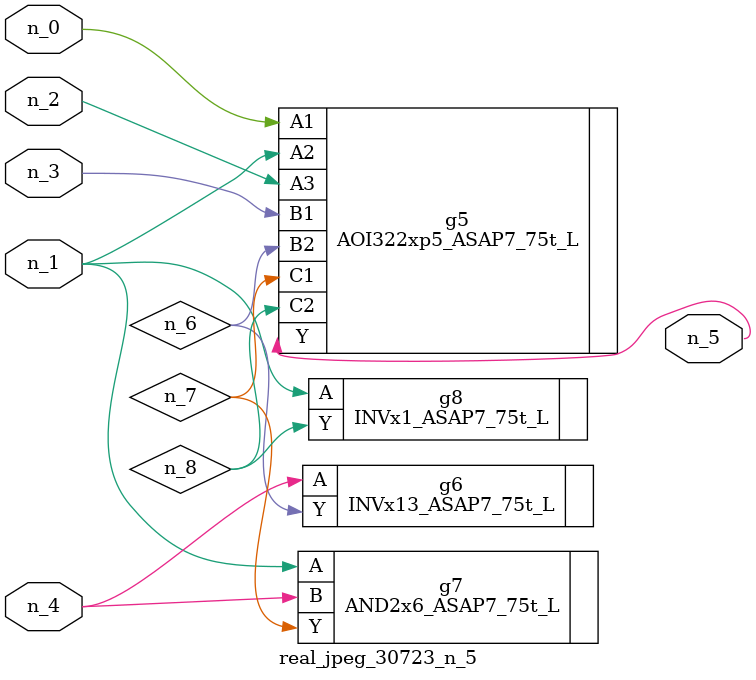
<source format=v>
module real_jpeg_30723_n_5 (n_4, n_0, n_1, n_2, n_3, n_5);

input n_4;
input n_0;
input n_1;
input n_2;
input n_3;

output n_5;

wire n_8;
wire n_6;
wire n_7;

AOI322xp5_ASAP7_75t_L g5 ( 
.A1(n_0),
.A2(n_1),
.A3(n_2),
.B1(n_3),
.B2(n_6),
.C1(n_7),
.C2(n_8),
.Y(n_5)
);

AND2x6_ASAP7_75t_L g7 ( 
.A(n_1),
.B(n_4),
.Y(n_7)
);

INVx1_ASAP7_75t_L g8 ( 
.A(n_1),
.Y(n_8)
);

INVx13_ASAP7_75t_L g6 ( 
.A(n_4),
.Y(n_6)
);


endmodule
</source>
